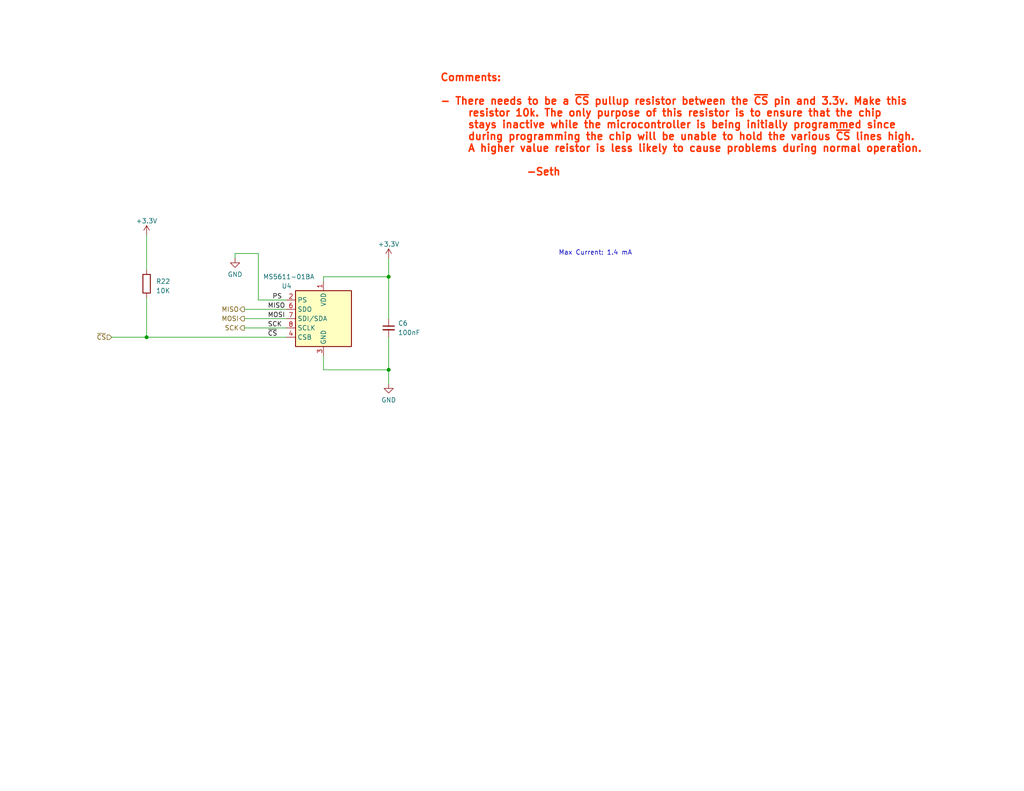
<source format=kicad_sch>
(kicad_sch (version 20230121) (generator eeschema)
  (paper "USLetter")
  (title_block (title "SRAD-FC") (company "Missouri S&T Rocket Design Team"))
  (lib_symbols
    (symbol "Device:C_Small" (pin_numbers hide) (pin_names (offset 0.254) hide)
      (property "Reference" "C" (at 0.254 1.778 0))
      (property "Value" "C_Small" (at 0.254 -2.032 0))
      (symbol "C_Small_0_1"
        (polyline (pts (xy -1.524 -0.508) (xy 1.524 -0.508)) (stroke (width 0.3302)))
        (polyline (pts (xy -1.524 0.508) (xy 1.524 0.508)) (stroke (width 0.3048)))
      )
      (symbol "C_Small_1_1"
        (pin passive line (at 0 2.54 270) (length 2.032) (name "~") (number "1"))
        (pin passive line (at 0 -2.54 90) (length 2.032) (name "~") (number "2"))
      )
    )
    (symbol "Device:R" (pin_numbers hide) (pin_names (offset 0))
      (property "Reference" "R" (at 2.032 0 90))
      (property "Value" "R" (at 0 0 90))
      (symbol "R_0_1"
        (rectangle (start -1.016 -2.54) (end 1.016 2.54) (stroke (width 0.254)))
      )
      (symbol "R_1_1"
        (pin passive line (at 0 3.81 270) (length 1.27) (name "~") (number "1"))
        (pin passive line (at 0 -3.81 90) (length 1.27) (name "~") (number "2"))
      )
    )
    (symbol "Sensor_Pressure:MS5611-01BA"
      (property "Reference" "U" (at -6.35 8.89 0))
      (property "Value" "MS5611-01BA" (at 7.62 8.89 0))
      (symbol "MS5611-01BA_0_1"
        (rectangle (start -7.62 7.62) (end 7.62 -7.62) (stroke (width 0.254)) (fill (type background)))
      )
      (symbol "MS5611-01BA_1_1"
        (pin power_in line (at 0 10.16 270) (length 2.54) (name "VDD") (number "1"))
        (pin input line (at -10.16 5.08 0) (length 2.54) (name "PS") (number "2"))
        (pin power_in line (at 0 -10.16 90) (length 2.54) (name "GND") (number "3"))
        (pin input line (at -10.16 -5.08 0) (length 2.54) (name "CSB") (number "4"))
        (pin input line (at -10.16 -5.08 0) (length 2.54) hide (name "CSB") (number "5"))
        (pin output line (at -10.16 2.54 0) (length 2.54) (name "SDO") (number "6"))
        (pin bidirectional line (at -10.16 0 0) (length 2.54) (name "SDI/SDA") (number "7"))
        (pin input line (at -10.16 -2.54 0) (length 2.54) (name "SCLK") (number "8"))
      )
    )
    (symbol "power:+3.3V" (power) (pin_names (offset 0))
      (property "Value" "+3.3V" (at 0 3.556 0))
      (symbol "+3.3V_0_1"
        (polyline (pts (xy -0.762 1.27) (xy 0 2.54)))
        (polyline (pts (xy 0 0) (xy 0 2.54)))
        (polyline (pts (xy 0 2.54) (xy 0.762 1.27)))
      )
      (symbol "+3.3V_1_1"
        (pin power_in line (at 0 0 90) (length 0) hide (name "+3.3V") (number "1"))
      )
    )
    (symbol "power:GND" (power) (pin_names (offset 0))
      (property "Value" "GND" (at 0 -3.81 0))
      (symbol "GND_0_1"
        (polyline (pts (xy 0 0) (xy 0 -1.27) (xy 1.27 -1.27) (xy 0 -2.54) (xy -1.27 -1.27) (xy 0 -1.27)))
      )
      (symbol "GND_1_1"
        (pin power_in line (at 0 0 270) (length 0) hide (name "GND") (number "1"))
      )
    )
  )
  (junction (at 40.005 92.075))
  (junction (at 106.045 75.565))
  (junction (at 106.045 100.965))
  (wire (pts (xy 66.675 89.535) (xy 78.105 89.535)))
  (wire (pts (xy 66.675 86.995) (xy 78.105 86.995)))
  (wire (pts (xy 88.265 76.835) (xy 88.265 75.565)))
  (wire (pts (xy 106.045 100.965) (xy 106.045 104.775)))
  (wire (pts (xy 88.265 100.965) (xy 88.265 97.155)))
  (wire (pts (xy 106.045 75.565) (xy 106.045 86.995)))
  (wire (pts (xy 70.485 69.215) (xy 70.485 81.915)))
  (wire (pts (xy 40.005 64.135) (xy 40.005 73.66)))
  (wire (pts (xy 66.675 84.455) (xy 78.105 84.455)))
  (wire (pts (xy 64.135 69.215) (xy 64.135 70.485)))
  (wire (pts (xy 30.48 92.075) (xy 40.005 92.075)))
  (wire (pts (xy 106.045 70.485) (xy 106.045 75.565)))
  (wire (pts (xy 70.485 69.215) (xy 64.135 69.215)))
  (wire (pts (xy 40.005 92.075) (xy 78.105 92.075)))
  (wire (pts (xy 88.265 100.965) (xy 106.045 100.965)))
  (wire (pts (xy 78.105 81.915) (xy 70.485 81.915)))
  (wire (pts (xy 88.265 75.565) (xy 106.045 75.565)))
  (wire (pts (xy 106.045 92.075) (xy 106.045 100.965)))
  (wire (pts (xy 40.005 81.28) (xy 40.005 92.075)))
  (text "Max Current: 1.4 mA" (at 152.4 69.85 0) (effects (font (size 1.27 1.27)) (justify left bottom)))
  (text "Comments:\n\n- There needs to be a ~{CS} pullup resistor between the ~{CS} pin and 3.3v. Make this\n	resistor 10k. The only purpose of this resistor is to ensure that the chip \n	stays inactive while the microcontroller is being initially programmed since\n	during programming the chip will be unable to hold the various ~{CS} lines high. \n	A higher value reistor is less likely to cause problems during normal operation. \n\n			-Seth" (at 120.015 48.26 0) (effects (font (size 2 2) (thickness 0.4) bold) (justify left bottom)))
  (label "MOSI" (at 73.025 86.995 0))
  (label "~{CS}" (at 73.025 92.075 0))
  (label "PS" (at 74.295 81.915 0))
  (label "MISO" (at 73.025 84.455 0))
  (label "SCK" (at 73.025 89.535 0))
  (hierarchical_label "~{CS}" (shape input) (at 30.48 92.075 180))
  (hierarchical_label "SCK" (shape output) (at 66.675 89.535 180))
  (hierarchical_label "MOSI" (shape output) (at 66.675 86.995 180))
  (hierarchical_label "MISO" (shape output) (at 66.675 84.455 180))
  (symbol (lib_id "power:GND") (at 106.045 104.775 0) (unit 1)
    (property "Reference" "#PWR04" (effects hide))
    (property "Value" "GND" (at 106.045 109.22 0))
    (instances (project "FC" (path "" (reference "#PWR04") (unit 1)) (path "" (reference "#PWR07") (unit 1))))
  )
  (symbol (lib_id "Device:R") (at 40.005 77.47 0) (unit 1)
    (property "Reference" "R22" (at 42.545 76.835 0) (effects (justify left)))
    (property "Value" "10K" (at 42.545 79.375 0) (effects (justify left)))
  )
  (symbol (lib_id "power:+3.3V") (at 106.045 70.485 0) (unit 1)
    (property "Reference" "#PWR01" (effects hide))
    (property "Value" "+3.3V" (at 106.045 66.675 0))
    (instances (project "FC" (path "" (reference "#PWR01") (unit 1)) (path "" (reference "#PWR05") (unit 1))))
  )
  (symbol (lib_id "power:GND") (at 64.135 70.485 0) (unit 1)
    (property "Reference" "#PWR04" (effects hide))
    (property "Value" "GND" (at 64.135 74.93 0))
    (instances (project "FC" (path "" (reference "#PWR04") (unit 1)) (path "" (reference "#PWR022") (unit 1))))
  )
  (symbol (lib_id "Sensor_Pressure:MS5611-01BA") (at 88.265 86.995 0) (unit 1)
    (property "Reference" "U4" (at 76.835 78.105 0) (effects (justify left)))
    (property "Value" "MS5611-01BA" (at 71.755 75.565 0) (effects (justify left)))
    (property "Footprint" "Package_LGA:LGA-8_3x5mm_P1.25mm" (effects hide))
    (property "Datasheet" "https://www.te.com/commerce/DocumentDelivery/DDEController?Action=srchrtrv&DocNm=MS5611-01BA03&DocType=Data+Sheet&DocLang=English" (effects hide))
  )
  (symbol (lib_id "power:+3.3V") (at 40.005 64.135 0) (unit 1)
    (property "Reference" "#PWR01" (effects hide))
    (property "Value" "+3.3V" (at 40.005 60.325 0))
    (instances (project "FC" (path "" (reference "#PWR01") (unit 1)) (path "" (reference "#PWR028") (unit 1))))
  )
  (symbol (lib_id "Device:C_Small") (at 106.045 89.535 0) (unit 1)
    (property "Reference" "C6" (at 108.585 88.2713 0) (effects (justify left)))
    (property "Value" "100nF" (at 108.585 90.8113 0) (effects (justify left)))
  )
)
</source>
